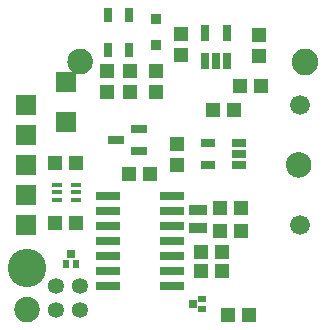
<source format=gbr>
G04 DesignSpark PCB Gerber Version 10.0 Build 5299*
G04 #@! TF.Part,Single*
G04 #@! TF.FileFunction,Soldermask,Bot*
G04 #@! TF.FilePolarity,Negative*
%FSLAX35Y35*%
%MOIN*%
G04 #@! TA.AperFunction,SMDPad,CuDef*
%ADD104R,0.02175X0.02962*%
%ADD103R,0.02765X0.04537*%
%ADD99R,0.02800X0.05800*%
%ADD105R,0.02962X0.02962*%
%ADD93R,0.04537X0.04891*%
%ADD100R,0.03750X0.03750*%
G04 #@! TA.AperFunction,ComponentPad*
%ADD26R,0.06600X0.06600*%
G04 #@! TA.AperFunction,SMDPad,CuDef*
%ADD23R,0.06900X0.06900*%
G04 #@! TD.AperFunction*
%ADD12C,0.00500*%
G04 #@! TA.AperFunction,SMDPad,CuDef*
%ADD29C,0.05324*%
%ADD101R,0.03356X0.01781*%
%ADD96R,0.02962X0.02175*%
%ADD72R,0.05600X0.02900*%
%ADD98R,0.08100X0.02900*%
%ADD97R,0.02962X0.02962*%
%ADD102R,0.04931X0.02962*%
%ADD94R,0.06112X0.03553*%
%ADD95R,0.04891X0.04537*%
G04 #@! TA.AperFunction,ComponentPad*
%ADD24C,0.06600*%
%ADD28C,0.08868*%
%ADD73C,0.12805*%
G04 #@! TD.AperFunction*
X0Y0D02*
D02*
D12*
X24420Y9948D02*
G75*
G02*
X16546I-3937J0D01*
G01*
G75*
G02*
X24420I3937J0D01*
G01*
G36*
X24420Y9948D02*
G75*
G02*
X16546I-3937J0D01*
G01*
G75*
G02*
X24420I3937J0D01*
G01*
G37*
X42137Y92626D02*
G75*
G02*
X34263I-3937J0D01*
G01*
G75*
G02*
X42137I3937J0D01*
G01*
G36*
X42137Y92626D02*
G75*
G02*
X34263I-3937J0D01*
G01*
G75*
G02*
X42137I3937J0D01*
G01*
G37*
X114972Y58177D02*
G75*
G02*
X107098I-3937J0D01*
G01*
G75*
G02*
X114972I3937J0D01*
G01*
G36*
X114972Y58177D02*
G75*
G02*
X107098I-3937J0D01*
G01*
G75*
G02*
X114972I3937J0D01*
G01*
G37*
D02*
D23*
X33636Y72416D03*
Y85816D03*
D02*
D24*
X111483Y38177D03*
Y78177D03*
D02*
D26*
X20250Y38171D03*
Y48171D03*
Y58171D03*
Y68171D03*
Y78171D03*
D02*
D28*
X113003Y92626D03*
D02*
D29*
X30326Y9948D03*
Y17822D03*
X38200Y9948D03*
Y17822D03*
D02*
D72*
X50258Y66518D03*
X57958Y62768D03*
Y70268D03*
D02*
D73*
X20483Y23728D03*
D02*
D93*
X47022Y82309D03*
Y89309D03*
X54896Y82309D03*
Y89309D03*
X63557Y82309D03*
Y89309D03*
X70644Y58293D03*
Y65293D03*
X71746Y94712D03*
Y101712D03*
X97809Y94514D03*
Y101514D03*
D02*
D94*
X77378Y37300D03*
Y43009D03*
D02*
D95*
X29742Y38959D03*
Y58644D03*
X36742Y38959D03*
Y58644D03*
X54447Y55100D03*
X61447D03*
X78561Y22817D03*
Y29116D03*
X82498Y76360D03*
X84959Y36083D03*
Y43683D03*
X85561Y22817D03*
Y29116D03*
X87616Y8250D03*
X89498Y76360D03*
X91657Y84625D03*
X91959Y36083D03*
Y43683D03*
X94616Y8250D03*
X98657Y84625D03*
D02*
D96*
X78911Y10219D03*
Y13368D03*
D02*
D97*
X75762Y11793D03*
D02*
D98*
X47494Y17674D03*
Y22674D03*
Y27674D03*
Y32674D03*
Y37674D03*
Y42674D03*
Y47674D03*
X68794Y17674D03*
Y22674D03*
Y27674D03*
Y32674D03*
Y37674D03*
Y42674D03*
Y47674D03*
D02*
D99*
X79807Y102125D03*
X79857Y92725D03*
X83557D03*
X87257D03*
X87307Y102125D03*
D02*
D100*
X63588Y98003D03*
Y106861D03*
D02*
D101*
X30486Y46439D03*
Y48998D03*
Y51557D03*
X36785Y46439D03*
Y48998D03*
Y51557D03*
D02*
D102*
X80880Y58053D03*
Y65533D03*
X91116Y58053D03*
Y61793D03*
Y65533D03*
D02*
D103*
X47652Y96437D03*
Y108248D03*
X54621Y96437D03*
Y108248D03*
D02*
D104*
X33636Y25179D03*
X36785D03*
D02*
D105*
X35211Y28329D03*
X0Y0D02*
M02*

</source>
